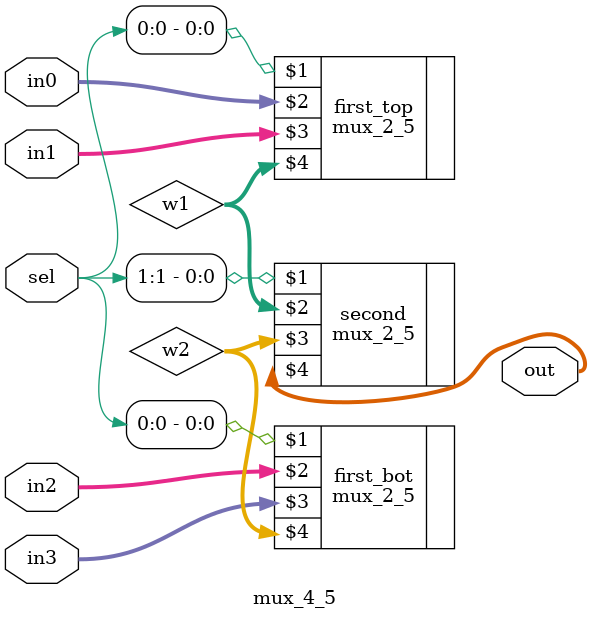
<source format=v>
module mux_4_5(sel, in0, in1, in2, in3, out);
	input [1:0] sel;
	input [4:0] in0, in1, in2, in3;
	output [4:0] out;
	wire [4:0] w1, w2;
	mux_2_5 first_top(sel[0], in0, in1, w1);
	mux_2_5 first_bot(sel[0], in2, in3, w2);
	mux_2_5 second(sel[1], w1, w2, out);
endmodule

</source>
